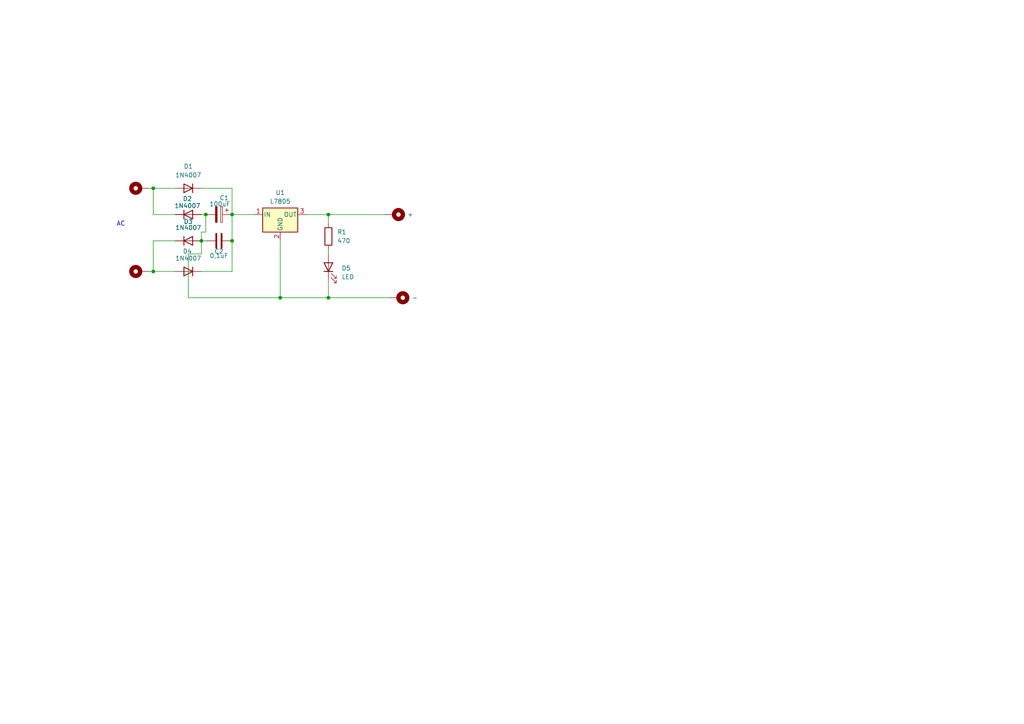
<source format=kicad_sch>
(kicad_sch
	(version 20250114)
	(generator "eeschema")
	(generator_version "9.0")
	(uuid "3d284352-6612-4945-b202-897c9ebe704b")
	(paper "A4")
	(lib_symbols
		(symbol "Device:C"
			(pin_numbers
				(hide yes)
			)
			(pin_names
				(offset 0.254)
			)
			(exclude_from_sim no)
			(in_bom yes)
			(on_board yes)
			(property "Reference" "C"
				(at 0.635 2.54 0)
				(effects
					(font
						(size 1.27 1.27)
					)
					(justify left)
				)
			)
			(property "Value" "C"
				(at 0.635 -2.54 0)
				(effects
					(font
						(size 1.27 1.27)
					)
					(justify left)
				)
			)
			(property "Footprint" ""
				(at 0.9652 -3.81 0)
				(effects
					(font
						(size 1.27 1.27)
					)
					(hide yes)
				)
			)
			(property "Datasheet" "~"
				(at 0 0 0)
				(effects
					(font
						(size 1.27 1.27)
					)
					(hide yes)
				)
			)
			(property "Description" "Unpolarized capacitor"
				(at 0 0 0)
				(effects
					(font
						(size 1.27 1.27)
					)
					(hide yes)
				)
			)
			(property "ki_keywords" "cap capacitor"
				(at 0 0 0)
				(effects
					(font
						(size 1.27 1.27)
					)
					(hide yes)
				)
			)
			(property "ki_fp_filters" "C_*"
				(at 0 0 0)
				(effects
					(font
						(size 1.27 1.27)
					)
					(hide yes)
				)
			)
			(symbol "C_0_1"
				(polyline
					(pts
						(xy -2.032 0.762) (xy 2.032 0.762)
					)
					(stroke
						(width 0.508)
						(type default)
					)
					(fill
						(type none)
					)
				)
				(polyline
					(pts
						(xy -2.032 -0.762) (xy 2.032 -0.762)
					)
					(stroke
						(width 0.508)
						(type default)
					)
					(fill
						(type none)
					)
				)
			)
			(symbol "C_1_1"
				(pin passive line
					(at 0 3.81 270)
					(length 2.794)
					(name "~"
						(effects
							(font
								(size 1.27 1.27)
							)
						)
					)
					(number "1"
						(effects
							(font
								(size 1.27 1.27)
							)
						)
					)
				)
				(pin passive line
					(at 0 -3.81 90)
					(length 2.794)
					(name "~"
						(effects
							(font
								(size 1.27 1.27)
							)
						)
					)
					(number "2"
						(effects
							(font
								(size 1.27 1.27)
							)
						)
					)
				)
			)
			(embedded_fonts no)
		)
		(symbol "Device:C_Polarized"
			(pin_numbers
				(hide yes)
			)
			(pin_names
				(offset 0.254)
				(hide yes)
			)
			(exclude_from_sim no)
			(in_bom yes)
			(on_board yes)
			(property "Reference" "C"
				(at 0.635 2.54 0)
				(effects
					(font
						(size 1.27 1.27)
					)
					(justify left)
				)
			)
			(property "Value" "C_Polarized"
				(at 0.635 -2.54 0)
				(effects
					(font
						(size 1.27 1.27)
					)
					(justify left)
				)
			)
			(property "Footprint" ""
				(at 0.9652 -3.81 0)
				(effects
					(font
						(size 1.27 1.27)
					)
					(hide yes)
				)
			)
			(property "Datasheet" "~"
				(at 0 0 0)
				(effects
					(font
						(size 1.27 1.27)
					)
					(hide yes)
				)
			)
			(property "Description" "Polarized capacitor"
				(at 0 0 0)
				(effects
					(font
						(size 1.27 1.27)
					)
					(hide yes)
				)
			)
			(property "ki_keywords" "cap capacitor"
				(at 0 0 0)
				(effects
					(font
						(size 1.27 1.27)
					)
					(hide yes)
				)
			)
			(property "ki_fp_filters" "CP_*"
				(at 0 0 0)
				(effects
					(font
						(size 1.27 1.27)
					)
					(hide yes)
				)
			)
			(symbol "C_Polarized_0_1"
				(rectangle
					(start -2.286 0.508)
					(end 2.286 1.016)
					(stroke
						(width 0)
						(type default)
					)
					(fill
						(type none)
					)
				)
				(polyline
					(pts
						(xy -1.778 2.286) (xy -0.762 2.286)
					)
					(stroke
						(width 0)
						(type default)
					)
					(fill
						(type none)
					)
				)
				(polyline
					(pts
						(xy -1.27 2.794) (xy -1.27 1.778)
					)
					(stroke
						(width 0)
						(type default)
					)
					(fill
						(type none)
					)
				)
				(rectangle
					(start 2.286 -0.508)
					(end -2.286 -1.016)
					(stroke
						(width 0)
						(type default)
					)
					(fill
						(type outline)
					)
				)
			)
			(symbol "C_Polarized_1_1"
				(pin passive line
					(at 0 3.81 270)
					(length 2.794)
					(name "~"
						(effects
							(font
								(size 1.27 1.27)
							)
						)
					)
					(number "1"
						(effects
							(font
								(size 1.27 1.27)
							)
						)
					)
				)
				(pin passive line
					(at 0 -3.81 90)
					(length 2.794)
					(name "~"
						(effects
							(font
								(size 1.27 1.27)
							)
						)
					)
					(number "2"
						(effects
							(font
								(size 1.27 1.27)
							)
						)
					)
				)
			)
			(embedded_fonts no)
		)
		(symbol "Device:LED"
			(pin_numbers
				(hide yes)
			)
			(pin_names
				(offset 1.016)
				(hide yes)
			)
			(exclude_from_sim no)
			(in_bom yes)
			(on_board yes)
			(property "Reference" "D"
				(at 0 2.54 0)
				(effects
					(font
						(size 1.27 1.27)
					)
				)
			)
			(property "Value" "LED"
				(at 0 -2.54 0)
				(effects
					(font
						(size 1.27 1.27)
					)
				)
			)
			(property "Footprint" ""
				(at 0 0 0)
				(effects
					(font
						(size 1.27 1.27)
					)
					(hide yes)
				)
			)
			(property "Datasheet" "~"
				(at 0 0 0)
				(effects
					(font
						(size 1.27 1.27)
					)
					(hide yes)
				)
			)
			(property "Description" "Light emitting diode"
				(at 0 0 0)
				(effects
					(font
						(size 1.27 1.27)
					)
					(hide yes)
				)
			)
			(property "Sim.Pins" "1=K 2=A"
				(at 0 0 0)
				(effects
					(font
						(size 1.27 1.27)
					)
					(hide yes)
				)
			)
			(property "ki_keywords" "LED diode"
				(at 0 0 0)
				(effects
					(font
						(size 1.27 1.27)
					)
					(hide yes)
				)
			)
			(property "ki_fp_filters" "LED* LED_SMD:* LED_THT:*"
				(at 0 0 0)
				(effects
					(font
						(size 1.27 1.27)
					)
					(hide yes)
				)
			)
			(symbol "LED_0_1"
				(polyline
					(pts
						(xy -3.048 -0.762) (xy -4.572 -2.286) (xy -3.81 -2.286) (xy -4.572 -2.286) (xy -4.572 -1.524)
					)
					(stroke
						(width 0)
						(type default)
					)
					(fill
						(type none)
					)
				)
				(polyline
					(pts
						(xy -1.778 -0.762) (xy -3.302 -2.286) (xy -2.54 -2.286) (xy -3.302 -2.286) (xy -3.302 -1.524)
					)
					(stroke
						(width 0)
						(type default)
					)
					(fill
						(type none)
					)
				)
				(polyline
					(pts
						(xy -1.27 0) (xy 1.27 0)
					)
					(stroke
						(width 0)
						(type default)
					)
					(fill
						(type none)
					)
				)
				(polyline
					(pts
						(xy -1.27 -1.27) (xy -1.27 1.27)
					)
					(stroke
						(width 0.254)
						(type default)
					)
					(fill
						(type none)
					)
				)
				(polyline
					(pts
						(xy 1.27 -1.27) (xy 1.27 1.27) (xy -1.27 0) (xy 1.27 -1.27)
					)
					(stroke
						(width 0.254)
						(type default)
					)
					(fill
						(type none)
					)
				)
			)
			(symbol "LED_1_1"
				(pin passive line
					(at -3.81 0 0)
					(length 2.54)
					(name "K"
						(effects
							(font
								(size 1.27 1.27)
							)
						)
					)
					(number "1"
						(effects
							(font
								(size 1.27 1.27)
							)
						)
					)
				)
				(pin passive line
					(at 3.81 0 180)
					(length 2.54)
					(name "A"
						(effects
							(font
								(size 1.27 1.27)
							)
						)
					)
					(number "2"
						(effects
							(font
								(size 1.27 1.27)
							)
						)
					)
				)
			)
			(embedded_fonts no)
		)
		(symbol "Device:R"
			(pin_numbers
				(hide yes)
			)
			(pin_names
				(offset 0)
			)
			(exclude_from_sim no)
			(in_bom yes)
			(on_board yes)
			(property "Reference" "R"
				(at 2.032 0 90)
				(effects
					(font
						(size 1.27 1.27)
					)
				)
			)
			(property "Value" "R"
				(at 0 0 90)
				(effects
					(font
						(size 1.27 1.27)
					)
				)
			)
			(property "Footprint" ""
				(at -1.778 0 90)
				(effects
					(font
						(size 1.27 1.27)
					)
					(hide yes)
				)
			)
			(property "Datasheet" "~"
				(at 0 0 0)
				(effects
					(font
						(size 1.27 1.27)
					)
					(hide yes)
				)
			)
			(property "Description" "Resistor"
				(at 0 0 0)
				(effects
					(font
						(size 1.27 1.27)
					)
					(hide yes)
				)
			)
			(property "ki_keywords" "R res resistor"
				(at 0 0 0)
				(effects
					(font
						(size 1.27 1.27)
					)
					(hide yes)
				)
			)
			(property "ki_fp_filters" "R_*"
				(at 0 0 0)
				(effects
					(font
						(size 1.27 1.27)
					)
					(hide yes)
				)
			)
			(symbol "R_0_1"
				(rectangle
					(start -1.016 -2.54)
					(end 1.016 2.54)
					(stroke
						(width 0.254)
						(type default)
					)
					(fill
						(type none)
					)
				)
			)
			(symbol "R_1_1"
				(pin passive line
					(at 0 3.81 270)
					(length 1.27)
					(name "~"
						(effects
							(font
								(size 1.27 1.27)
							)
						)
					)
					(number "1"
						(effects
							(font
								(size 1.27 1.27)
							)
						)
					)
				)
				(pin passive line
					(at 0 -3.81 90)
					(length 1.27)
					(name "~"
						(effects
							(font
								(size 1.27 1.27)
							)
						)
					)
					(number "2"
						(effects
							(font
								(size 1.27 1.27)
							)
						)
					)
				)
			)
			(embedded_fonts no)
		)
		(symbol "Diode:1N4007"
			(pin_numbers
				(hide yes)
			)
			(pin_names
				(hide yes)
			)
			(exclude_from_sim no)
			(in_bom yes)
			(on_board yes)
			(property "Reference" "D"
				(at 0 2.54 0)
				(effects
					(font
						(size 1.27 1.27)
					)
				)
			)
			(property "Value" "1N4007"
				(at 0 -2.54 0)
				(effects
					(font
						(size 1.27 1.27)
					)
				)
			)
			(property "Footprint" "Diode_THT:D_DO-41_SOD81_P10.16mm_Horizontal"
				(at 0 -4.445 0)
				(effects
					(font
						(size 1.27 1.27)
					)
					(hide yes)
				)
			)
			(property "Datasheet" "http://www.vishay.com/docs/88503/1n4001.pdf"
				(at 0 0 0)
				(effects
					(font
						(size 1.27 1.27)
					)
					(hide yes)
				)
			)
			(property "Description" "1000V 1A General Purpose Rectifier Diode, DO-41"
				(at 0 0 0)
				(effects
					(font
						(size 1.27 1.27)
					)
					(hide yes)
				)
			)
			(property "Sim.Device" "D"
				(at 0 0 0)
				(effects
					(font
						(size 1.27 1.27)
					)
					(hide yes)
				)
			)
			(property "Sim.Pins" "1=K 2=A"
				(at 0 0 0)
				(effects
					(font
						(size 1.27 1.27)
					)
					(hide yes)
				)
			)
			(property "ki_keywords" "diode"
				(at 0 0 0)
				(effects
					(font
						(size 1.27 1.27)
					)
					(hide yes)
				)
			)
			(property "ki_fp_filters" "D*DO?41*"
				(at 0 0 0)
				(effects
					(font
						(size 1.27 1.27)
					)
					(hide yes)
				)
			)
			(symbol "1N4007_0_1"
				(polyline
					(pts
						(xy -1.27 1.27) (xy -1.27 -1.27)
					)
					(stroke
						(width 0.254)
						(type default)
					)
					(fill
						(type none)
					)
				)
				(polyline
					(pts
						(xy 1.27 1.27) (xy 1.27 -1.27) (xy -1.27 0) (xy 1.27 1.27)
					)
					(stroke
						(width 0.254)
						(type default)
					)
					(fill
						(type none)
					)
				)
				(polyline
					(pts
						(xy 1.27 0) (xy -1.27 0)
					)
					(stroke
						(width 0)
						(type default)
					)
					(fill
						(type none)
					)
				)
			)
			(symbol "1N4007_1_1"
				(pin passive line
					(at -3.81 0 0)
					(length 2.54)
					(name "K"
						(effects
							(font
								(size 1.27 1.27)
							)
						)
					)
					(number "1"
						(effects
							(font
								(size 1.27 1.27)
							)
						)
					)
				)
				(pin passive line
					(at 3.81 0 180)
					(length 2.54)
					(name "A"
						(effects
							(font
								(size 1.27 1.27)
							)
						)
					)
					(number "2"
						(effects
							(font
								(size 1.27 1.27)
							)
						)
					)
				)
			)
			(embedded_fonts no)
		)
		(symbol "Mechanical:MountingHole_Pad"
			(pin_numbers
				(hide yes)
			)
			(pin_names
				(offset 1.016)
				(hide yes)
			)
			(exclude_from_sim no)
			(in_bom no)
			(on_board yes)
			(property "Reference" "H"
				(at 0 6.35 0)
				(effects
					(font
						(size 1.27 1.27)
					)
				)
			)
			(property "Value" "MountingHole_Pad"
				(at 0 4.445 0)
				(effects
					(font
						(size 1.27 1.27)
					)
				)
			)
			(property "Footprint" ""
				(at 0 0 0)
				(effects
					(font
						(size 1.27 1.27)
					)
					(hide yes)
				)
			)
			(property "Datasheet" "~"
				(at 0 0 0)
				(effects
					(font
						(size 1.27 1.27)
					)
					(hide yes)
				)
			)
			(property "Description" "Mounting Hole with connection"
				(at 0 0 0)
				(effects
					(font
						(size 1.27 1.27)
					)
					(hide yes)
				)
			)
			(property "ki_keywords" "mounting hole"
				(at 0 0 0)
				(effects
					(font
						(size 1.27 1.27)
					)
					(hide yes)
				)
			)
			(property "ki_fp_filters" "MountingHole*Pad*"
				(at 0 0 0)
				(effects
					(font
						(size 1.27 1.27)
					)
					(hide yes)
				)
			)
			(symbol "MountingHole_Pad_0_1"
				(circle
					(center 0 1.27)
					(radius 1.27)
					(stroke
						(width 1.27)
						(type default)
					)
					(fill
						(type none)
					)
				)
			)
			(symbol "MountingHole_Pad_1_1"
				(pin input line
					(at 0 -2.54 90)
					(length 2.54)
					(name "1"
						(effects
							(font
								(size 1.27 1.27)
							)
						)
					)
					(number "1"
						(effects
							(font
								(size 1.27 1.27)
							)
						)
					)
				)
			)
			(embedded_fonts no)
		)
		(symbol "Regulator_Linear:L7805"
			(pin_names
				(offset 0.254)
			)
			(exclude_from_sim no)
			(in_bom yes)
			(on_board yes)
			(property "Reference" "U"
				(at -3.81 3.175 0)
				(effects
					(font
						(size 1.27 1.27)
					)
				)
			)
			(property "Value" "L7805"
				(at 0 3.175 0)
				(effects
					(font
						(size 1.27 1.27)
					)
					(justify left)
				)
			)
			(property "Footprint" ""
				(at 0.635 -3.81 0)
				(effects
					(font
						(size 1.27 1.27)
						(italic yes)
					)
					(justify left)
					(hide yes)
				)
			)
			(property "Datasheet" "http://www.st.com/content/ccc/resource/technical/document/datasheet/41/4f/b3/b0/12/d4/47/88/CD00000444.pdf/files/CD00000444.pdf/jcr:content/translations/en.CD00000444.pdf"
				(at 0 -1.27 0)
				(effects
					(font
						(size 1.27 1.27)
					)
					(hide yes)
				)
			)
			(property "Description" "Positive 1.5A 35V Linear Regulator, Fixed Output 5V, TO-220/TO-263/TO-252"
				(at 0 0 0)
				(effects
					(font
						(size 1.27 1.27)
					)
					(hide yes)
				)
			)
			(property "ki_keywords" "Voltage Regulator 1.5A Positive"
				(at 0 0 0)
				(effects
					(font
						(size 1.27 1.27)
					)
					(hide yes)
				)
			)
			(property "ki_fp_filters" "TO?252* TO?263* TO?220*"
				(at 0 0 0)
				(effects
					(font
						(size 1.27 1.27)
					)
					(hide yes)
				)
			)
			(symbol "L7805_0_1"
				(rectangle
					(start -5.08 1.905)
					(end 5.08 -5.08)
					(stroke
						(width 0.254)
						(type default)
					)
					(fill
						(type background)
					)
				)
			)
			(symbol "L7805_1_1"
				(pin power_in line
					(at -7.62 0 0)
					(length 2.54)
					(name "IN"
						(effects
							(font
								(size 1.27 1.27)
							)
						)
					)
					(number "1"
						(effects
							(font
								(size 1.27 1.27)
							)
						)
					)
				)
				(pin power_in line
					(at 0 -7.62 90)
					(length 2.54)
					(name "GND"
						(effects
							(font
								(size 1.27 1.27)
							)
						)
					)
					(number "2"
						(effects
							(font
								(size 1.27 1.27)
							)
						)
					)
				)
				(pin power_out line
					(at 7.62 0 180)
					(length 2.54)
					(name "OUT"
						(effects
							(font
								(size 1.27 1.27)
							)
						)
					)
					(number "3"
						(effects
							(font
								(size 1.27 1.27)
							)
						)
					)
				)
			)
			(embedded_fonts no)
		)
	)
	(text "AC"
		(exclude_from_sim no)
		(at 35.052 65.024 0)
		(effects
			(font
				(size 1.27 1.27)
			)
		)
		(uuid "e6d6e6af-8b1f-402c-99fc-fd68eb9a5c55")
	)
	(junction
		(at 95.25 86.36)
		(diameter 0)
		(color 0 0 0 0)
		(uuid "156b9bfe-d7c8-4212-a64d-1dd2fad80898")
	)
	(junction
		(at 67.31 69.85)
		(diameter 0)
		(color 0 0 0 0)
		(uuid "1f0a3304-1366-4748-97e6-50b7ca8e7239")
	)
	(junction
		(at 44.45 78.74)
		(diameter 0)
		(color 0 0 0 0)
		(uuid "27c3f379-4387-4bf1-97df-b0a7922029db")
	)
	(junction
		(at 95.25 62.23)
		(diameter 0)
		(color 0 0 0 0)
		(uuid "324c4ea7-4cd7-45b9-9c09-87801df0d6a3")
	)
	(junction
		(at 44.45 54.61)
		(diameter 0)
		(color 0 0 0 0)
		(uuid "71adce23-a23f-4de1-9e2c-321e95ce3e99")
	)
	(junction
		(at 58.42 69.85)
		(diameter 0)
		(color 0 0 0 0)
		(uuid "94fd346a-9aef-482f-88b7-35bbb288ba9a")
	)
	(junction
		(at 81.28 86.36)
		(diameter 0)
		(color 0 0 0 0)
		(uuid "9abbee11-9405-4341-aa8d-4762dc36ebeb")
	)
	(junction
		(at 67.31 62.23)
		(diameter 0)
		(color 0 0 0 0)
		(uuid "b961c892-19d5-4694-be89-75ab9eeafa48")
	)
	(junction
		(at 59.69 62.23)
		(diameter 0)
		(color 0 0 0 0)
		(uuid "e93c420a-2134-42d5-9654-5dbdc03f8a64")
	)
	(wire
		(pts
			(xy 59.69 67.31) (xy 58.42 67.31)
		)
		(stroke
			(width 0)
			(type default)
		)
		(uuid "03abcb4b-33a9-4872-b392-71c95c156017")
	)
	(wire
		(pts
			(xy 59.69 62.23) (xy 59.69 67.31)
		)
		(stroke
			(width 0)
			(type default)
		)
		(uuid "08170b8c-9b29-4781-a3c2-4763c939a49d")
	)
	(wire
		(pts
			(xy 95.25 86.36) (xy 95.25 81.28)
		)
		(stroke
			(width 0)
			(type default)
		)
		(uuid "1e0705f8-482a-443c-8a38-d63348b440dd")
	)
	(wire
		(pts
			(xy 81.28 69.85) (xy 81.28 86.36)
		)
		(stroke
			(width 0)
			(type default)
		)
		(uuid "211be000-02aa-4340-a6a3-d9f5b61b94d2")
	)
	(wire
		(pts
			(xy 58.42 69.85) (xy 59.69 69.85)
		)
		(stroke
			(width 0)
			(type default)
		)
		(uuid "23dec453-5600-4127-9e71-bf360c5dbe22")
	)
	(wire
		(pts
			(xy 95.25 62.23) (xy 88.9 62.23)
		)
		(stroke
			(width 0)
			(type default)
		)
		(uuid "27a33958-3c92-477e-bdad-6e6c099d6bd3")
	)
	(wire
		(pts
			(xy 95.25 64.77) (xy 95.25 62.23)
		)
		(stroke
			(width 0)
			(type default)
		)
		(uuid "2d176076-dee3-49d3-8ab5-0a87fed8e6ff")
	)
	(wire
		(pts
			(xy 44.45 78.74) (xy 43.18 78.74)
		)
		(stroke
			(width 0)
			(type default)
		)
		(uuid "2e8406f0-18ec-45ff-aff0-5db8fab3965e")
	)
	(wire
		(pts
			(xy 44.45 54.61) (xy 43.18 54.61)
		)
		(stroke
			(width 0)
			(type default)
		)
		(uuid "3bc05fc7-8c26-4556-b5fe-3f7559569adf")
	)
	(wire
		(pts
			(xy 81.28 86.36) (xy 95.25 86.36)
		)
		(stroke
			(width 0)
			(type default)
		)
		(uuid "3c43d60d-cfda-40a8-ae72-c3b6ddec7b86")
	)
	(wire
		(pts
			(xy 95.25 72.39) (xy 95.25 73.66)
		)
		(stroke
			(width 0)
			(type default)
		)
		(uuid "3efc1ef0-80ac-4040-b43f-4d64921ffcdf")
	)
	(wire
		(pts
			(xy 58.42 78.74) (xy 67.31 78.74)
		)
		(stroke
			(width 0)
			(type default)
		)
		(uuid "65409cd6-9e5c-4791-a204-f31bb94ccfcb")
	)
	(wire
		(pts
			(xy 67.31 78.74) (xy 67.31 69.85)
		)
		(stroke
			(width 0)
			(type default)
		)
		(uuid "671f54dd-038b-4931-be7e-43ab3fc5e5a3")
	)
	(wire
		(pts
			(xy 50.8 54.61) (xy 44.45 54.61)
		)
		(stroke
			(width 0)
			(type default)
		)
		(uuid "6e66a261-301d-47c1-bfc0-f1448880584d")
	)
	(wire
		(pts
			(xy 67.31 54.61) (xy 67.31 62.23)
		)
		(stroke
			(width 0)
			(type default)
		)
		(uuid "7463d2d0-f72e-4747-988a-3345fc37f51c")
	)
	(wire
		(pts
			(xy 58.42 62.23) (xy 59.69 62.23)
		)
		(stroke
			(width 0)
			(type default)
		)
		(uuid "8774ec6d-8859-4669-a4a4-ecd6ac9c85d6")
	)
	(wire
		(pts
			(xy 95.25 62.23) (xy 111.76 62.23)
		)
		(stroke
			(width 0)
			(type default)
		)
		(uuid "8cd4ed93-f92a-4a55-ada5-f9619d5168ff")
	)
	(wire
		(pts
			(xy 44.45 62.23) (xy 44.45 54.61)
		)
		(stroke
			(width 0)
			(type default)
		)
		(uuid "8e4c0478-5e2f-47d1-b197-813edb11c9c5")
	)
	(wire
		(pts
			(xy 58.42 67.31) (xy 58.42 69.85)
		)
		(stroke
			(width 0)
			(type default)
		)
		(uuid "a1bcd7d5-c40c-43fc-9a13-c01cd1232706")
	)
	(wire
		(pts
			(xy 95.25 86.36) (xy 113.03 86.36)
		)
		(stroke
			(width 0)
			(type default)
		)
		(uuid "a4e60bae-7cb8-46a5-afb5-cfe1bd845ed9")
	)
	(wire
		(pts
			(xy 50.8 78.74) (xy 44.45 78.74)
		)
		(stroke
			(width 0)
			(type default)
		)
		(uuid "ad0915c8-4170-4363-8357-0244c6080495")
	)
	(wire
		(pts
			(xy 67.31 62.23) (xy 73.66 62.23)
		)
		(stroke
			(width 0)
			(type default)
		)
		(uuid "ae0d80a6-88ac-4512-b63d-cb1c02495660")
	)
	(wire
		(pts
			(xy 50.8 69.85) (xy 44.45 69.85)
		)
		(stroke
			(width 0)
			(type default)
		)
		(uuid "b47023ee-edd7-4c69-aad8-11a29c5d9174")
	)
	(wire
		(pts
			(xy 67.31 62.23) (xy 67.31 69.85)
		)
		(stroke
			(width 0)
			(type default)
		)
		(uuid "d734ed01-65a3-4de9-a688-5e43de88a39e")
	)
	(wire
		(pts
			(xy 54.61 86.36) (xy 54.61 73.66)
		)
		(stroke
			(width 0)
			(type default)
		)
		(uuid "d8422119-dc0b-4af3-89b6-90fb7275db6f")
	)
	(wire
		(pts
			(xy 58.42 73.66) (xy 58.42 69.85)
		)
		(stroke
			(width 0)
			(type default)
		)
		(uuid "db9676e4-d07d-43c9-b4f9-4a34f29bdef4")
	)
	(wire
		(pts
			(xy 54.61 86.36) (xy 81.28 86.36)
		)
		(stroke
			(width 0)
			(type default)
		)
		(uuid "dbc16205-eae4-44ae-b734-86d8e8ecbf83")
	)
	(wire
		(pts
			(xy 50.8 62.23) (xy 44.45 62.23)
		)
		(stroke
			(width 0)
			(type default)
		)
		(uuid "e1b9d992-26ef-45a1-b892-3da4ababb41c")
	)
	(wire
		(pts
			(xy 58.42 54.61) (xy 67.31 54.61)
		)
		(stroke
			(width 0)
			(type default)
		)
		(uuid "ed9615cc-1204-431b-a35a-024e9b145df8")
	)
	(wire
		(pts
			(xy 44.45 69.85) (xy 44.45 78.74)
		)
		(stroke
			(width 0)
			(type default)
		)
		(uuid "ef209061-40d3-4a1a-af80-a455fcaa25c0")
	)
	(wire
		(pts
			(xy 54.61 73.66) (xy 58.42 73.66)
		)
		(stroke
			(width 0)
			(type default)
		)
		(uuid "fa338393-fb32-49d7-8507-bb84a7afe642")
	)
	(symbol
		(lib_id "Device:C_Polarized")
		(at 63.5 62.23 270)
		(unit 1)
		(exclude_from_sim no)
		(in_bom yes)
		(on_board yes)
		(dnp no)
		(uuid "10db8ae6-b9d5-47a4-9d4f-99a0ddfb1ce2")
		(property "Reference" "C1"
			(at 65.024 57.404 90)
			(effects
				(font
					(size 1.27 1.27)
				)
			)
		)
		(property "Value" "100uF"
			(at 63.754 59.182 90)
			(effects
				(font
					(size 1.27 1.27)
				)
			)
		)
		(property "Footprint" "Capacitor_THT:CP_Radial_D5.0mm_P2.50mm"
			(at 59.69 63.1952 0)
			(effects
				(font
					(size 1.27 1.27)
				)
				(hide yes)
			)
		)
		(property "Datasheet" "~"
			(at 63.5 62.23 0)
			(effects
				(font
					(size 1.27 1.27)
				)
				(hide yes)
			)
		)
		(property "Description" "Polarized capacitor"
			(at 63.5 62.23 0)
			(effects
				(font
					(size 1.27 1.27)
				)
				(hide yes)
			)
		)
		(pin "1"
			(uuid "de0afc02-1495-4d11-871c-6f598edcd192")
		)
		(pin "2"
			(uuid "9233d4ab-abba-40bb-81fa-3406fa202a7b")
		)
		(instances
			(project ""
				(path "/3d284352-6612-4945-b202-897c9ebe704b"
					(reference "C1")
					(unit 1)
				)
			)
		)
	)
	(symbol
		(lib_id "Diode:1N4007")
		(at 54.61 62.23 0)
		(unit 1)
		(exclude_from_sim no)
		(in_bom yes)
		(on_board yes)
		(dnp no)
		(uuid "11e58d6f-0913-4fdf-b42c-b4b5db1d4398")
		(property "Reference" "D2"
			(at 54.356 57.658 0)
			(effects
				(font
					(size 1.27 1.27)
				)
			)
		)
		(property "Value" "1N4007"
			(at 54.356 59.69 0)
			(effects
				(font
					(size 1.27 1.27)
				)
			)
		)
		(property "Footprint" "Diode_THT:D_DO-41_SOD81_P10.16mm_Horizontal"
			(at 54.61 66.675 0)
			(effects
				(font
					(size 1.27 1.27)
				)
				(hide yes)
			)
		)
		(property "Datasheet" "http://www.vishay.com/docs/88503/1n4001.pdf"
			(at 54.61 62.23 0)
			(effects
				(font
					(size 1.27 1.27)
				)
				(hide yes)
			)
		)
		(property "Description" "1000V 1A General Purpose Rectifier Diode, DO-41"
			(at 54.61 62.23 0)
			(effects
				(font
					(size 1.27 1.27)
				)
				(hide yes)
			)
		)
		(property "Sim.Device" "D"
			(at 54.61 62.23 0)
			(effects
				(font
					(size 1.27 1.27)
				)
				(hide yes)
			)
		)
		(property "Sim.Pins" "1=K 2=A"
			(at 54.61 62.23 0)
			(effects
				(font
					(size 1.27 1.27)
				)
				(hide yes)
			)
		)
		(pin "2"
			(uuid "34586ddb-dd98-43ae-82ff-37a6e53aa517")
		)
		(pin "1"
			(uuid "7640e040-3102-49a7-ab66-b29c256bddf0")
		)
		(instances
			(project ""
				(path "/3d284352-6612-4945-b202-897c9ebe704b"
					(reference "D2")
					(unit 1)
				)
			)
		)
	)
	(symbol
		(lib_id "Regulator_Linear:L7805")
		(at 81.28 62.23 0)
		(unit 1)
		(exclude_from_sim no)
		(in_bom yes)
		(on_board yes)
		(dnp no)
		(fields_autoplaced yes)
		(uuid "1dc5a889-daa2-4348-a298-e8019cd0ec46")
		(property "Reference" "U1"
			(at 81.28 55.88 0)
			(effects
				(font
					(size 1.27 1.27)
				)
			)
		)
		(property "Value" "L7805"
			(at 81.28 58.42 0)
			(effects
				(font
					(size 1.27 1.27)
				)
			)
		)
		(property "Footprint" "Package_TO_SOT_THT:TO-220F-3_Vertical"
			(at 81.915 66.04 0)
			(effects
				(font
					(size 1.27 1.27)
					(italic yes)
				)
				(justify left)
				(hide yes)
			)
		)
		(property "Datasheet" "http://www.st.com/content/ccc/resource/technical/document/datasheet/41/4f/b3/b0/12/d4/47/88/CD00000444.pdf/files/CD00000444.pdf/jcr:content/translations/en.CD00000444.pdf"
			(at 81.28 63.5 0)
			(effects
				(font
					(size 1.27 1.27)
				)
				(hide yes)
			)
		)
		(property "Description" "Positive 1.5A 35V Linear Regulator, Fixed Output 5V, TO-220/TO-263/TO-252"
			(at 81.28 62.23 0)
			(effects
				(font
					(size 1.27 1.27)
				)
				(hide yes)
			)
		)
		(pin "3"
			(uuid "7a8c6096-a4d5-496d-a352-305530596859")
		)
		(pin "2"
			(uuid "bd67b18d-e6ad-4361-9bb2-f325dd2b5c1a")
		)
		(pin "1"
			(uuid "0868b4ac-d6fa-4515-9532-853b1aa559e2")
		)
		(instances
			(project ""
				(path "/3d284352-6612-4945-b202-897c9ebe704b"
					(reference "U1")
					(unit 1)
				)
			)
		)
	)
	(symbol
		(lib_id "Device:LED")
		(at 95.25 77.47 90)
		(unit 1)
		(exclude_from_sim no)
		(in_bom yes)
		(on_board yes)
		(dnp no)
		(uuid "57952e0f-cc76-4893-ba66-964a0fd81725")
		(property "Reference" "D5"
			(at 99.06 77.7874 90)
			(effects
				(font
					(size 1.27 1.27)
				)
				(justify right)
			)
		)
		(property "Value" "LED"
			(at 99.06 80.3274 90)
			(effects
				(font
					(size 1.27 1.27)
				)
				(justify right)
			)
		)
		(property "Footprint" "LED_THT:LED_D5.0mm"
			(at 95.25 77.47 0)
			(effects
				(font
					(size 1.27 1.27)
				)
				(hide yes)
			)
		)
		(property "Datasheet" "~"
			(at 95.25 77.47 0)
			(effects
				(font
					(size 1.27 1.27)
				)
				(hide yes)
			)
		)
		(property "Description" "Light emitting diode"
			(at 95.25 77.47 0)
			(effects
				(font
					(size 1.27 1.27)
				)
				(hide yes)
			)
		)
		(property "Sim.Pins" "1=K 2=A"
			(at 95.25 77.47 0)
			(effects
				(font
					(size 1.27 1.27)
				)
				(hide yes)
			)
		)
		(pin "1"
			(uuid "e3762d10-bd4d-4847-91b2-b429e46f62a5")
		)
		(pin "2"
			(uuid "1f35f390-8d92-4889-b264-684035a750f2")
		)
		(instances
			(project ""
				(path "/3d284352-6612-4945-b202-897c9ebe704b"
					(reference "D5")
					(unit 1)
				)
			)
		)
	)
	(symbol
		(lib_id "Device:C")
		(at 63.5 69.85 90)
		(unit 1)
		(exclude_from_sim no)
		(in_bom yes)
		(on_board yes)
		(dnp no)
		(uuid "5bc763ef-6d3e-455f-9d72-53641de23c0f")
		(property "Reference" "C2"
			(at 63.5 72.898 90)
			(effects
				(font
					(size 1.27 1.27)
				)
			)
		)
		(property "Value" "0,1uF"
			(at 63.5 74.168 90)
			(effects
				(font
					(size 1.27 1.27)
				)
			)
		)
		(property "Footprint" "Capacitor_THT:C_Disc_D3.4mm_W2.1mm_P2.50mm"
			(at 67.31 68.8848 0)
			(effects
				(font
					(size 1.27 1.27)
				)
				(hide yes)
			)
		)
		(property "Datasheet" "~"
			(at 63.5 69.85 0)
			(effects
				(font
					(size 1.27 1.27)
				)
				(hide yes)
			)
		)
		(property "Description" "Unpolarized capacitor"
			(at 63.5 69.85 0)
			(effects
				(font
					(size 1.27 1.27)
				)
				(hide yes)
			)
		)
		(pin "1"
			(uuid "8119022f-587f-4a7f-98e5-7b58bd0e8be3")
		)
		(pin "2"
			(uuid "2851a988-084d-480b-b335-020d12ab597a")
		)
		(instances
			(project ""
				(path "/3d284352-6612-4945-b202-897c9ebe704b"
					(reference "C2")
					(unit 1)
				)
			)
		)
	)
	(symbol
		(lib_id "Mechanical:MountingHole_Pad")
		(at 40.64 78.74 90)
		(unit 1)
		(exclude_from_sim no)
		(in_bom no)
		(on_board yes)
		(dnp no)
		(fields_autoplaced yes)
		(uuid "942ef92a-83dc-40ad-b896-fe2e4b08d376")
		(property "Reference" "H2"
			(at 39.37 72.39 90)
			(effects
				(font
					(size 1.27 1.27)
				)
				(hide yes)
			)
		)
		(property "Value" "MountingHole_Pad"
			(at 39.37 74.93 90)
			(effects
				(font
					(size 1.27 1.27)
				)
				(hide yes)
			)
		)
		(property "Footprint" "MountingHole:MountingHole_2.2mm_M2_DIN965_Pad"
			(at 40.64 78.74 0)
			(effects
				(font
					(size 1.27 1.27)
				)
				(hide yes)
			)
		)
		(property "Datasheet" "~"
			(at 40.64 78.74 0)
			(effects
				(font
					(size 1.27 1.27)
				)
				(hide yes)
			)
		)
		(property "Description" "Mounting Hole with connection"
			(at 40.64 78.74 0)
			(effects
				(font
					(size 1.27 1.27)
				)
				(hide yes)
			)
		)
		(pin "1"
			(uuid "48b32ba4-62c2-440a-a436-a8fbdbfbe09f")
		)
		(instances
			(project ""
				(path "/3d284352-6612-4945-b202-897c9ebe704b"
					(reference "H2")
					(unit 1)
				)
			)
		)
	)
	(symbol
		(lib_id "Mechanical:MountingHole_Pad")
		(at 115.57 86.36 270)
		(unit 1)
		(exclude_from_sim no)
		(in_bom no)
		(on_board yes)
		(dnp no)
		(fields_autoplaced yes)
		(uuid "95273793-df70-4bbc-aa89-806e3b0a8ca7")
		(property "Reference" "H6"
			(at 119.38 85.0899 90)
			(effects
				(font
					(size 1.27 1.27)
				)
				(justify left)
				(hide yes)
			)
		)
		(property "Value" "-"
			(at 119.38 86.3599 90)
			(effects
				(font
					(size 1.27 1.27)
				)
				(justify left)
			)
		)
		(property "Footprint" "MountingHole:MountingHole_2.2mm_M2_DIN965_Pad"
			(at 115.57 86.36 0)
			(effects
				(font
					(size 1.27 1.27)
				)
				(hide yes)
			)
		)
		(property "Datasheet" "~"
			(at 115.57 86.36 0)
			(effects
				(font
					(size 1.27 1.27)
				)
				(hide yes)
			)
		)
		(property "Description" "Mounting Hole with connection"
			(at 115.57 86.36 0)
			(effects
				(font
					(size 1.27 1.27)
				)
				(hide yes)
			)
		)
		(pin "1"
			(uuid "3724add6-166e-4f70-bb06-4877c64ec786")
		)
		(instances
			(project ""
				(path "/3d284352-6612-4945-b202-897c9ebe704b"
					(reference "H6")
					(unit 1)
				)
			)
		)
	)
	(symbol
		(lib_id "Mechanical:MountingHole_Pad")
		(at 114.3 62.23 270)
		(unit 1)
		(exclude_from_sim no)
		(in_bom no)
		(on_board yes)
		(dnp no)
		(fields_autoplaced yes)
		(uuid "9a58e1a5-36f5-441c-9d0f-bdd67344773c")
		(property "Reference" "H5"
			(at 118.11 60.9599 90)
			(effects
				(font
					(size 1.27 1.27)
				)
				(justify left)
				(hide yes)
			)
		)
		(property "Value" "+"
			(at 118.11 62.2299 90)
			(effects
				(font
					(size 1.27 1.27)
				)
				(justify left)
			)
		)
		(property "Footprint" "MountingHole:MountingHole_2.2mm_M2_DIN965_Pad"
			(at 114.3 62.23 0)
			(effects
				(font
					(size 1.27 1.27)
				)
				(hide yes)
			)
		)
		(property "Datasheet" "~"
			(at 114.3 62.23 0)
			(effects
				(font
					(size 1.27 1.27)
				)
				(hide yes)
			)
		)
		(property "Description" "Mounting Hole with connection"
			(at 114.3 62.23 0)
			(effects
				(font
					(size 1.27 1.27)
				)
				(hide yes)
			)
		)
		(pin "1"
			(uuid "3724add6-166e-4f70-bb06-4877c64ec787")
		)
		(instances
			(project ""
				(path "/3d284352-6612-4945-b202-897c9ebe704b"
					(reference "H5")
					(unit 1)
				)
			)
		)
	)
	(symbol
		(lib_id "Diode:1N4007")
		(at 54.61 69.85 0)
		(unit 1)
		(exclude_from_sim no)
		(in_bom yes)
		(on_board yes)
		(dnp no)
		(uuid "ab9306d8-1ffd-4592-8735-dcdec9cc2640")
		(property "Reference" "D3"
			(at 54.61 64.262 0)
			(effects
				(font
					(size 1.27 1.27)
				)
			)
		)
		(property "Value" "1N4007"
			(at 54.61 66.04 0)
			(effects
				(font
					(size 1.27 1.27)
				)
			)
		)
		(property "Footprint" "Diode_THT:D_DO-41_SOD81_P10.16mm_Horizontal"
			(at 54.61 74.295 0)
			(effects
				(font
					(size 1.27 1.27)
				)
				(hide yes)
			)
		)
		(property "Datasheet" "http://www.vishay.com/docs/88503/1n4001.pdf"
			(at 54.61 69.85 0)
			(effects
				(font
					(size 1.27 1.27)
				)
				(hide yes)
			)
		)
		(property "Description" "1000V 1A General Purpose Rectifier Diode, DO-41"
			(at 54.61 69.85 0)
			(effects
				(font
					(size 1.27 1.27)
				)
				(hide yes)
			)
		)
		(property "Sim.Device" "D"
			(at 54.61 69.85 0)
			(effects
				(font
					(size 1.27 1.27)
				)
				(hide yes)
			)
		)
		(property "Sim.Pins" "1=K 2=A"
			(at 54.61 69.85 0)
			(effects
				(font
					(size 1.27 1.27)
				)
				(hide yes)
			)
		)
		(pin "2"
			(uuid "34586ddb-dd98-43ae-82ff-37a6e53aa518")
		)
		(pin "1"
			(uuid "7640e040-3102-49a7-ab66-b29c256bddf1")
		)
		(instances
			(project ""
				(path "/3d284352-6612-4945-b202-897c9ebe704b"
					(reference "D3")
					(unit 1)
				)
			)
		)
	)
	(symbol
		(lib_id "Diode:1N4007")
		(at 54.61 78.74 180)
		(unit 1)
		(exclude_from_sim no)
		(in_bom yes)
		(on_board yes)
		(dnp no)
		(uuid "b8a987ef-4497-4fa5-b4b5-34ce718dd6c3")
		(property "Reference" "D4"
			(at 54.356 72.898 0)
			(effects
				(font
					(size 1.27 1.27)
				)
			)
		)
		(property "Value" "1N4007"
			(at 54.61 74.93 0)
			(effects
				(font
					(size 1.27 1.27)
				)
			)
		)
		(property "Footprint" "Diode_THT:D_DO-41_SOD81_P10.16mm_Horizontal"
			(at 54.61 74.295 0)
			(effects
				(font
					(size 1.27 1.27)
				)
				(hide yes)
			)
		)
		(property "Datasheet" "http://www.vishay.com/docs/88503/1n4001.pdf"
			(at 54.61 78.74 0)
			(effects
				(font
					(size 1.27 1.27)
				)
				(hide yes)
			)
		)
		(property "Description" "1000V 1A General Purpose Rectifier Diode, DO-41"
			(at 54.61 78.74 0)
			(effects
				(font
					(size 1.27 1.27)
				)
				(hide yes)
			)
		)
		(property "Sim.Device" "D"
			(at 54.61 78.74 0)
			(effects
				(font
					(size 1.27 1.27)
				)
				(hide yes)
			)
		)
		(property "Sim.Pins" "1=K 2=A"
			(at 54.61 78.74 0)
			(effects
				(font
					(size 1.27 1.27)
				)
				(hide yes)
			)
		)
		(pin "2"
			(uuid "34586ddb-dd98-43ae-82ff-37a6e53aa519")
		)
		(pin "1"
			(uuid "7640e040-3102-49a7-ab66-b29c256bddf2")
		)
		(instances
			(project ""
				(path "/3d284352-6612-4945-b202-897c9ebe704b"
					(reference "D4")
					(unit 1)
				)
			)
		)
	)
	(symbol
		(lib_id "Mechanical:MountingHole_Pad")
		(at 40.64 54.61 90)
		(unit 1)
		(exclude_from_sim no)
		(in_bom no)
		(on_board yes)
		(dnp no)
		(fields_autoplaced yes)
		(uuid "efa49429-400a-423a-8f95-200c7610a22c")
		(property "Reference" "H1"
			(at 39.37 48.26 90)
			(effects
				(font
					(size 1.27 1.27)
				)
				(hide yes)
			)
		)
		(property "Value" "MountingHole_Pad"
			(at 39.37 50.8 90)
			(effects
				(font
					(size 1.27 1.27)
				)
				(hide yes)
			)
		)
		(property "Footprint" "MountingHole:MountingHole_2.2mm_M2_DIN965_Pad"
			(at 40.64 54.61 0)
			(effects
				(font
					(size 1.27 1.27)
				)
				(hide yes)
			)
		)
		(property "Datasheet" "~"
			(at 40.64 54.61 0)
			(effects
				(font
					(size 1.27 1.27)
				)
				(hide yes)
			)
		)
		(property "Description" "Mounting Hole with connection"
			(at 40.64 54.61 0)
			(effects
				(font
					(size 1.27 1.27)
				)
				(hide yes)
			)
		)
		(pin "1"
			(uuid "48b32ba4-62c2-440a-a436-a8fbdbfbe0a0")
		)
		(instances
			(project ""
				(path "/3d284352-6612-4945-b202-897c9ebe704b"
					(reference "H1")
					(unit 1)
				)
			)
		)
	)
	(symbol
		(lib_id "Diode:1N4007")
		(at 54.61 54.61 180)
		(unit 1)
		(exclude_from_sim no)
		(in_bom yes)
		(on_board yes)
		(dnp no)
		(fields_autoplaced yes)
		(uuid "f82b70e5-a26f-4556-8c79-037acc980cac")
		(property "Reference" "D1"
			(at 54.61 48.26 0)
			(effects
				(font
					(size 1.27 1.27)
				)
			)
		)
		(property "Value" "1N4007"
			(at 54.61 50.8 0)
			(effects
				(font
					(size 1.27 1.27)
				)
			)
		)
		(property "Footprint" "Diode_THT:D_DO-41_SOD81_P10.16mm_Horizontal"
			(at 54.61 50.165 0)
			(effects
				(font
					(size 1.27 1.27)
				)
				(hide yes)
			)
		)
		(property "Datasheet" "http://www.vishay.com/docs/88503/1n4001.pdf"
			(at 54.61 54.61 0)
			(effects
				(font
					(size 1.27 1.27)
				)
				(hide yes)
			)
		)
		(property "Description" "1000V 1A General Purpose Rectifier Diode, DO-41"
			(at 54.61 54.61 0)
			(effects
				(font
					(size 1.27 1.27)
				)
				(hide yes)
			)
		)
		(property "Sim.Device" "D"
			(at 54.61 54.61 0)
			(effects
				(font
					(size 1.27 1.27)
				)
				(hide yes)
			)
		)
		(property "Sim.Pins" "1=K 2=A"
			(at 54.61 54.61 0)
			(effects
				(font
					(size 1.27 1.27)
				)
				(hide yes)
			)
		)
		(pin "2"
			(uuid "34586ddb-dd98-43ae-82ff-37a6e53aa51a")
		)
		(pin "1"
			(uuid "7640e040-3102-49a7-ab66-b29c256bddf3")
		)
		(instances
			(project ""
				(path "/3d284352-6612-4945-b202-897c9ebe704b"
					(reference "D1")
					(unit 1)
				)
			)
		)
	)
	(symbol
		(lib_id "Device:R")
		(at 95.25 68.58 0)
		(unit 1)
		(exclude_from_sim no)
		(in_bom yes)
		(on_board yes)
		(dnp no)
		(fields_autoplaced yes)
		(uuid "fb7fe187-5807-4444-a70e-e2a5cb40ba88")
		(property "Reference" "R1"
			(at 97.79 67.3099 0)
			(effects
				(font
					(size 1.27 1.27)
				)
				(justify left)
			)
		)
		(property "Value" "470"
			(at 97.79 69.8499 0)
			(effects
				(font
					(size 1.27 1.27)
				)
				(justify left)
			)
		)
		(property "Footprint" "Resistor_THT:R_Axial_DIN0204_L3.6mm_D1.6mm_P7.62mm_Horizontal"
			(at 93.472 68.58 90)
			(effects
				(font
					(size 1.27 1.27)
				)
				(hide yes)
			)
		)
		(property "Datasheet" "~"
			(at 95.25 68.58 0)
			(effects
				(font
					(size 1.27 1.27)
				)
				(hide yes)
			)
		)
		(property "Description" "Resistor"
			(at 95.25 68.58 0)
			(effects
				(font
					(size 1.27 1.27)
				)
				(hide yes)
			)
		)
		(pin "2"
			(uuid "c144eb68-9ea3-41ba-937f-1ad879217d4c")
		)
		(pin "1"
			(uuid "cbeb36cf-a486-40aa-9ff6-83b3e5ce8089")
		)
		(instances
			(project ""
				(path "/3d284352-6612-4945-b202-897c9ebe704b"
					(reference "R1")
					(unit 1)
				)
			)
		)
	)
	(sheet_instances
		(path "/"
			(page "1")
		)
	)
	(embedded_fonts no)
)

</source>
